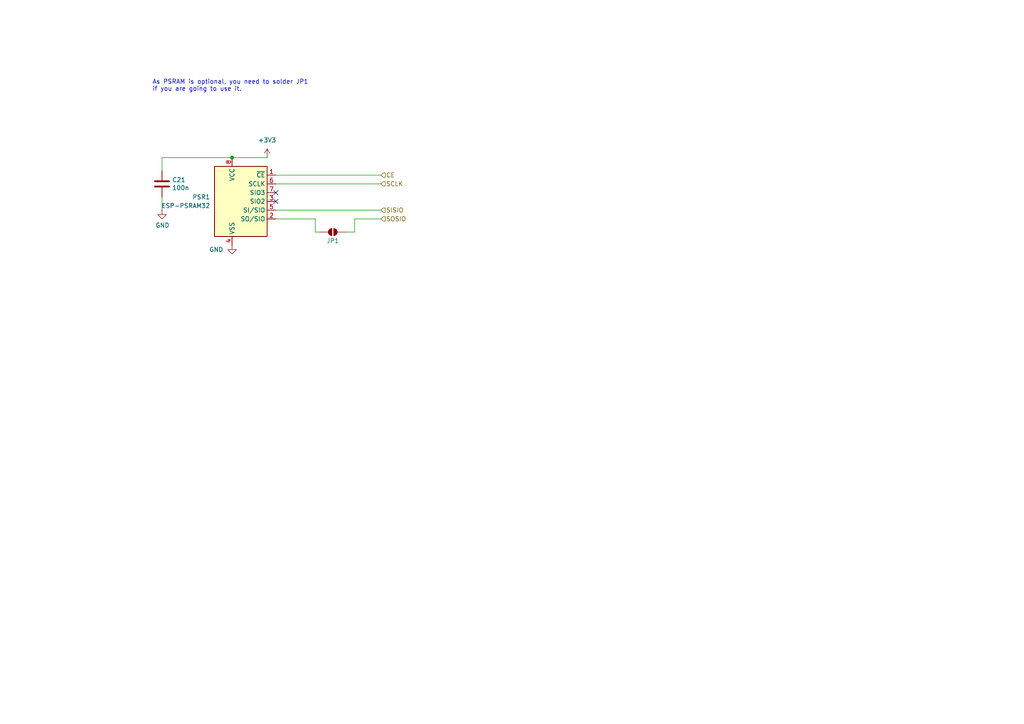
<source format=kicad_sch>
(kicad_sch (version 20250114) (generator "eeschema") (generator_version "9.0")
  (paper "A4")
  (title_block (title "MiniFRANK RM1") (date "2025-03-04") (rev "2.01") (company "Mikhail Matveev") (comment 1 "https://github.com/xtremespb/frank"))
  (lib_symbols
    (symbol "Device:C" (pin_numbers (hide yes)) (pin_names (offset 0.254))
      (property "Reference" "C" (at 0.635 2.54 0))
      (property "Value" "C" (at 0.635 -2.54 0))
      (symbol "C_0_1"
        (polyline (pts (xy -2.032 0.762) (xy 2.032 0.762)) (stroke (width 0.508)))
        (polyline (pts (xy -2.032 -0.762) (xy 2.032 -0.762)) (stroke (width 0.508)))
      )
      (symbol "C_1_1"
        (pin passive line (at 0 3.81 270) (length 2.794) (name "~") (number "1"))
        (pin passive line (at 0 -3.81 90) (length 2.794) (name "~") (number "2"))
      )
    )
    (symbol "FRANK:ESP-PSRAM32"
      (property "Reference" "PSR1" (at -8.89 1.2701 0))
      (property "Value" "PSRAM" (at -8.89 -1.2699 0))
      (symbol "ESP-PSRAM32_0_1"
        (rectangle (start -7.62 10.16) (end 7.62 -10.16) (stroke (width 0.254)) (fill (type background)))
      )
      (symbol "ESP-PSRAM32_1_1"
        (pin power_in line (at -2.54 12.7 270) (length 2.54) (name "VCC") (number "8"))
        (pin power_in line (at -2.54 -12.7 90) (length 2.54) (name "VSS") (number "4"))
        (pin input line (at 10.16 7.62 180) (length 2.54) (name "~{CE}") (number "1"))
        (pin output line (at 10.16 5.08 180) (length 2.54) (name "SCLK") (number "6"))
        (pin bidirectional line (at 10.16 2.54 180) (length 2.54) (name "SIO3") (number "7"))
        (pin bidirectional line (at 10.16 0 180) (length 2.54) (name "SIO2") (number "3"))
        (pin input line (at 10.16 -2.54 180) (length 2.54) (name "SI/SIO") (number "5"))
        (pin output line (at 10.16 -5.08 180) (length 2.54) (name "SO/SIO") (number "2"))
      )
    )
    (symbol "GND_1" (power) (pin_numbers (hide yes)) (pin_names (offset 0) (hide yes))
      (property "Value" "GND" (at 0 -3.81 0))
      (symbol "GND_1_0_1"
        (polyline (pts (xy 0 0) (xy 0 -1.27) (xy 1.27 -1.27) (xy 0 -2.54) (xy -1.27 -1.27) (xy 0 -1.27)))
      )
      (symbol "GND_1_1_1"
        (pin power_in line (at 0 0 270) (length 0) (name "~") (number "1"))
      )
    )
    (symbol "Jumper:SolderJumper_2_Open" (pin_numbers (hide yes)) (pin_names (offset 0) (hide yes)) (exclude_from_sim yes) (in_bom no)
      (property "Reference" "JP" (at 0 2.032 0))
      (property "Value" "SolderJumper_2_Open" (at 0 -2.54 0))
      (symbol "SolderJumper_2_Open_0_1"
        (polyline (pts (xy -0.254 1.016) (xy -0.254 -1.016)))
        (arc (start -0.254 -1.016) (mid -1.2656 0) (end -0.254 1.016))
        (arc (start -0.254 -1.016) (mid -1.2656 0) (end -0.254 1.016) (fill (type outline)))
        (arc (start 0.254 1.016) (mid 1.2656 0) (end 0.254 -1.016))
        (arc (start 0.254 1.016) (mid 1.2656 0) (end 0.254 -1.016) (fill (type outline)))
        (polyline (pts (xy 0.254 1.016) (xy 0.254 -1.016)))
      )
      (symbol "SolderJumper_2_Open_1_1"
        (pin passive line (at -3.81 0 0) (length 2.54) (name "A") (number "1"))
        (pin passive line (at 3.81 0 180) (length 2.54) (name "B") (number "2"))
      )
    )
    (symbol "power:+3V3" (power) (pin_numbers (hide yes)) (pin_names (offset 0) (hide yes))
      (property "Value" "+3V3" (at 0 3.556 0))
      (symbol "+3V3_0_1"
        (polyline (pts (xy -0.762 1.27) (xy 0 2.54)))
        (polyline (pts (xy 0 2.54) (xy 0.762 1.27)))
        (polyline (pts (xy 0 0) (xy 0 2.54)))
      )
      (symbol "+3V3_1_1"
        (pin power_in line (at 0 0 90) (length 0) (name "~") (number "1"))
      )
    )
    (symbol "power:GND" (power) (pin_numbers (hide yes)) (pin_names (offset 0) (hide yes))
      (property "Value" "GND" (at 0 -3.81 0))
      (symbol "GND_0_1"
        (polyline (pts (xy 0 0) (xy 0 -1.27) (xy 1.27 -1.27) (xy 0 -2.54) (xy -1.27 -1.27) (xy 0 -1.27)))
      )
      (symbol "GND_1_1"
        (pin power_in line (at 0 0 270) (length 0) (name "~") (number "1"))
      )
    )
  )
  (text "As PSRAM is optional, you need to solder JP1\nif you are going to use it." (at 44.196 24.892 0) (effects (font (size 1.27 1.27)) (justify left)))
  (junction (at 67.31 45.72))
  (no_connect (at 80.01 55.88))
  (no_connect (at 80.01 58.42))
  (wire (pts (xy 80.01 50.8) (xy 110.49 50.8)))
  (wire (pts (xy 91.44 67.31) (xy 91.44 63.5)))
  (wire (pts (xy 91.44 67.31) (xy 92.71 67.31)))
  (wire (pts (xy 46.99 45.72) (xy 46.99 49.53)))
  (wire (pts (xy 80.01 53.34) (xy 110.49 53.34)))
  (wire (pts (xy 46.99 45.72) (xy 67.31 45.72)))
  (wire (pts (xy 67.31 45.72) (xy 77.47 45.72)))
  (wire (pts (xy 46.99 57.15) (xy 46.99 60.96)))
  (wire (pts (xy 80.01 60.96) (xy 110.49 60.96)))
  (wire (pts (xy 102.87 67.31) (xy 102.87 63.5)))
  (wire (pts (xy 102.87 63.5) (xy 110.49 63.5)))
  (wire (pts (xy 100.33 67.31) (xy 102.87 67.31)))
  (wire (pts (xy 91.44 63.5) (xy 80.01 63.5)))
  (hierarchical_label "SISIO" (shape input) (at 110.49 60.96 0))
  (hierarchical_label "CE" (shape input) (at 110.49 50.8 0))
  (hierarchical_label "SCLK" (shape input) (at 110.49 53.34 0))
  (hierarchical_label "SOSIO" (shape input) (at 110.49 63.5 0))
  (symbol (lib_id "power:GND") (at 67.31 71.12 0) (unit 1)
    (property "Reference" "#PWR050" (effects (hide yes)))
    (property "Value" "GND" (at 64.77 72.39 0) (effects (justify right)))
    (property "Description" "Power symbol creates a global label with name \"GND\" , ground" (effects (hide yes)))
  )
  (symbol (lib_id "power:+3V3") (at 77.47 45.72 0) (unit 1)
    (property "Reference" "#PWR048" (effects (hide yes)))
    (property "Value" "+3V3" (at 77.47 40.64 0))
    (property "Description" "Power symbol creates a global label with name \"+3V3\"" (effects (hide yes)))
  )
  (symbol (lib_id "FRANK:ESP-PSRAM32") (at 69.85 58.42 0) (unit 1)
    (property "Reference" "PSR1" (at 60.96 57.1499 0) (effects (justify right)))
    (property "Value" "ESP-PSRAM32" (at 60.96 59.6899 0) (effects (justify right)))
    (property "Footprint" "FRANK:SOIC-8" (effects (hide yes)))
    (property "Datasheet" "https://www.espressif.com/sites/default/files/documentation/esp-psram32_datasheet_en.pdf" (effects (hide yes)))
    (property "AliExpress" "https://www.aliexpress.com/item/1005006440914173.html" (effects (hide yes)))
  )
  (symbol (lib_id "Device:C") (at 46.99 53.34 0) (unit 1)
    (property "Reference" "C21" (at 49.911 52.1716 0) (effects (justify left)))
    (property "Value" "100n" (at 49.911 54.483 0) (effects (justify left)))
    (property "Footprint" "FRANK:Capacitor (0805)" (effects (hide yes)))
    (property "Datasheet" "https://eu.mouser.com/datasheet/2/447/KEM_C1075_X7R_HT_SMD-3316221.pdf" (effects (hide yes)))
    (property "AliExpress" "https://www.aliexpress.com/item/33008008276.html" (effects (hide yes)))
  )
  (symbol (lib_id "Jumper:SolderJumper_2_Open") (at 96.52 67.31 0) (unit 1)
    (property "Reference" "JP1" (at 96.52 69.85 0))
    (property "Value" "Jumper PSRAM (2.54)" (effects (hide yes)))
    (property "Footprint" "FRANK:Jumper (solder)" (effects (hide yes)))
    (property "Description" "Solder Jumper, 2-pole, open" (effects (hide yes)))
    (property "AliExpress" "https://www.aliexpress.com/item/1005006454399822.html" (effects (hide yes)))
  )
  (symbol (lib_name "GND_1") (lib_id "power:GND") (at 46.99 60.96 0) (unit 1)
    (property "Reference" "#PWR049" (effects (hide yes)))
    (property "Value" "GND" (at 47.117 65.3542 0))
    (property "Description" "Power symbol creates a global label with name \"GND\" , ground" (effects (hide yes)))
  )
)
</source>
